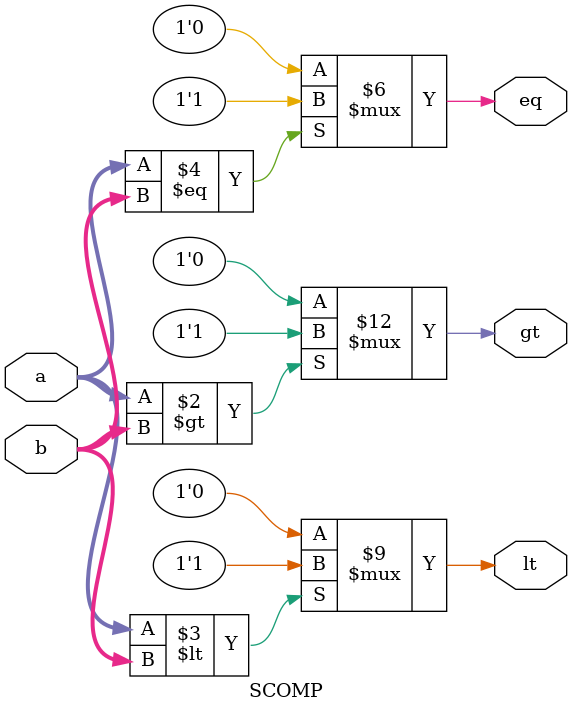
<source format=v>
`timescale 1ns / 1ps

module SCOMP #(parameter DATAWIDTH = 64)(a,b,gt,lt,eq);
    input [DATAWIDTH-1:0]           a,b;
    output reg                      gt,lt,eq;
    
    always@(*) begin
        if ($signed(a) > $signed(b)) begin
            gt = 1;
        end else begin
            gt = 0;
        end
        if ($signed(a) < $signed(b)) begin
            lt = 1;
        end else begin
            lt = 0;
        end
        if ($signed(a) == $signed(b)) begin
            eq = 1;
        end else begin
            eq = 0;
        end
    end

    
endmodule

</source>
